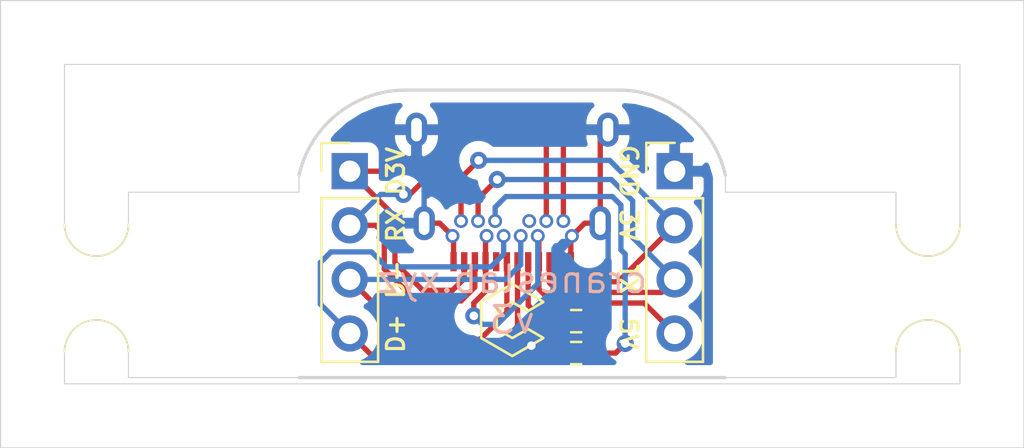
<source format=kicad_pcb>
(kicad_pcb (version 20211014) (generator pcbnew)
  (layers (0 "F.Cu" signal) (31 "B.Cu" signal) (34 "B.Paste" user) (35 "F.Paste" user) (36 "B.SilkS" user "B.Silkscreen") (37 "F.SilkS" user "F.Silkscreen") (38 "B.Mask" user) (39 "F.Mask" user) (44 "Edge.Cuts" user))
  (net 0 "")
  (net 1 "GND")
  (net 2 "3V3")
  (net 3 "TX-")
  (net 4 "VBUS")
  (net 5 "Net-(J1-PadA5)")
  (net 6 "D+")
  (net 7 "D-")
  (net 8 "Net-(J1-PadA8)")
  (net 9 "RX-")
  (net 10 "D3V")
  (net 11 "Net-(J1-PadB5)")
  (net 12 "Net-(J1-PadB8)")
  (footprint "Model_S:PinHeader_1x04_P2.54mm_Vertical" (layer "F.Cu") (at 47.62 33.015)
    (fp_text reference "J3" hide)
    (fp_text value "Conn_01x04")
    (fp_line (start -1.33 1.27) (end 1.33 1.27) (layer "F.SilkS") (width 0.12))
    (fp_line (start -1.33 0) (end -1.33 -1.33) (layer "F.SilkS") (width 0.12))
    (fp_line (start -1.33 1.27) (end -1.33 8.95) (layer "F.SilkS") (width 0.12))
    (fp_line (start -1.33 8.95) (end 1.33 8.95) (layer "F.SilkS") (width 0.12))
    (fp_line (start 1.33 1.27) (end 1.33 8.95) (layer "F.SilkS") (width 0.12))
    (fp_line (start -1.33 -1.33) (end 0 -1.33) (layer "F.SilkS") (width 0.12))
    (pad "1" thru_hole rect locked (at 0 0) (size 1.7 1.7) (drill 1) (layers *.Cu *.Mask) (net 1 "GND"))
    (pad "2" thru_hole oval locked (at 0 2.54) (size 1.7 1.7) (drill 1) (layers *.Cu *.Mask) (net 2 "3V3"))
    (pad "3" thru_hole oval locked (at 0 5.08) (size 1.7 1.7) (drill 1) (layers *.Cu *.Mask) (net 3 "TX-"))
    (pad "4" thru_hole oval locked (at 0 7.62) (size 1.7 1.7) (drill 1) (layers *.Cu *.Mask) (net 4 "VBUS"))
  )
  (footprint "Model_S:Shou Han Type-C 24P QCHT" (layer "F.Cu") (at 40 29.205 180)
    (fp_text reference "J1" hide)
    (fp_text value "USB_C_Receptacle")
    (pad "" np_thru_hole circle locked (at -3.6 -7.5 180) (size 0.7 0.7) (drill 0.7) (layers *.Cu *.Mask))
    (pad "" np_thru_hole circle locked (at 3.75 -7.5 180) (size 0.7 0.7) (drill 0.7) (layers *.Cu *.Mask))
    (pad "A1" smd rect locked (at -2.75 -8.06 180) (size 0.3 0.9) (layers "F.Cu" "F.Paste" "F.Mask") (net 1 "GND"))
    (pad "A2" smd rect locked (at -2.25 -8.06 180) (size 0.3 0.9) (layers "F.Cu" "F.Paste" "F.Mask") (net 2 "3V3"))
    (pad "A3" smd rect locked (at -1.75 -8.06 180) (size 0.3 0.9) (layers "F.Cu" "F.Paste" "F.Mask") (net 3 "TX-"))
    (pad "A4" smd rect locked (at -1.25 -8.06 180) (size 0.3 0.9) (layers "F.Cu" "F.Paste" "F.Mask") (net 4 "VBUS"))
    (pad "A5" smd rect locked (at -0.75 -8.06 180) (size 0.3 0.9) (layers "F.Cu" "F.Paste" "F.Mask") (net 5 "Net-(J1-PadA5)"))
    (pad "A6" smd rect locked (at -0.25 -8.06 180) (size 0.3 0.9) (layers "F.Cu" "F.Paste" "F.Mask") (net 6 "D+"))
    (pad "A7" smd rect locked (at 0.25 -8.06 180) (size 0.3 0.9) (layers "F.Cu" "F.Paste" "F.Mask") (net 7 "D-"))
    (pad "A8" smd rect locked (at 0.75 -8.06 180) (size 0.3 0.9) (layers "F.Cu" "F.Paste" "F.Mask") (net 8 "Net-(J1-PadA8)"))
    (pad "A9" smd rect locked (at 1.25 -8.06 180) (size 0.3 0.9) (layers "F.Cu" "F.Paste" "F.Mask") (net 4 "VBUS"))
    (pad "A10" smd rect locked (at 1.75 -8.06 180) (size 0.3 0.9) (layers "F.Cu" "F.Paste" "F.Mask") (net 9 "RX-"))
    (pad "A11" smd rect locked (at 2.25 -8.06 180) (size 0.3 0.9) (layers "F.Cu" "F.Paste" "F.Mask") (net 10 "D3V"))
    (pad "A12" smd rect locked (at 2.75 -8.06 180) (size 0.3 0.9) (layers "F.Cu" "F.Paste" "F.Mask") (net 1 "GND"))
    (pad "B1" thru_hole circle locked (at 2.8 -6.85 180) (size 0.65 0.65) (drill 0.4) (layers *.Cu *.Mask) (net 1 "GND"))
    (pad "B2" thru_hole circle locked (at 2.4 -6.15 180) (size 0.65 0.65) (drill 0.4) (layers *.Cu *.Mask) (net 2 "3V3"))
    (pad "B3" thru_hole circle locked (at 1.6 -6.15 180) (size 0.65 0.65) (drill 0.4) (layers *.Cu *.Mask) (net 3 "TX-"))
    (pad "B4" thru_hole circle locked (at 1.2 -6.85 180) (size 0.65 0.65) (drill 0.4) (layers *.Cu *.Mask) (net 4 "VBUS"))
    (pad "B5" thru_hole circle locked (at 0.8 -6.15 180) (size 0.65 0.65) (drill 0.4) (layers *.Cu *.Mask) (net 11 "Net-(J1-PadB5)"))
    (pad "B6" thru_hole circle locked (at 0.4 -6.85 180) (size 0.65 0.65) (drill 0.4) (layers *.Cu *.Mask) (net 6 "D+"))
    (pad "B7" thru_hole circle locked (at -0.4 -6.85 180) (size 0.65 0.65) (drill 0.4) (layers *.Cu *.Mask) (net 7 "D-"))
    (pad "B8" thru_hole circle locked (at -0.8 -6.15 180) (size 0.65 0.65) (drill 0.4) (layers *.Cu *.Mask) (net 12 "Net-(J1-PadB8)"))
    (pad "B9" thru_hole circle locked (at -1.2 -6.85 180) (size 0.65 0.65) (drill 0.4) (layers *.Cu *.Mask) (net 4 "VBUS"))
    (pad "B10" thru_hole circle locked (at -1.6 -6.15 180) (size 0.65 0.65) (drill 0.4) (layers *.Cu *.Mask) (net 9 "RX-"))
    (pad "B11" thru_hole circle locked (at -2.4 -6.15 180) (size 0.65 0.65) (drill 0.4) (layers *.Cu *.Mask) (net 10 "D3V"))
    (pad "B12" thru_hole circle locked (at -2.8 -6.85 180) (size 0.65 0.65) (drill 0.4) (layers *.Cu *.Mask) (net 1 "GND"))
    (pad "S1" thru_hole oval locked (at -4.13 -6.25 180) (size 1 1.6) (drill oval 0.5 1.1) (layers *.Cu *.Mask) (net 1 "GND"))
    (pad "S1" thru_hole oval locked (at 4.49 -1.86 180) (size 1 1.6) (drill oval 0.5 1.1) (layers *.Cu *.Mask) (net 1 "GND"))
    (pad "S1" thru_hole oval locked (at 4.13 -6.25 180) (size 1 1.6) (drill oval 0.5 1.1) (layers *.Cu *.Mask) (net 1 "GND"))
    (pad "S1" thru_hole oval locked (at -4.49 -1.86 180) (size 1 1.6) (drill oval 0.5 1.1) (layers *.Cu *.Mask) (net 1 "GND"))
  )
  (footprint "Model_S:PinHeader_1x04_P2.54mm_Vertical" (layer "F.Cu") (at 32.38 33.015)
    (fp_text reference "J2" hide)
    (fp_text value "Conn_01x04")
    (fp_line (start -1.33 1.27) (end 1.33 1.27) (layer "F.SilkS") (width 0.12))
    (fp_line (start -1.33 8.95) (end 1.33 8.95) (layer "F.SilkS") (width 0.12))
    (fp_line (start -1.33 0) (end -1.33 -1.33) (layer "F.SilkS") (width 0.12))
    (fp_line (start -1.33 1.27) (end -1.33 8.95) (layer "F.SilkS") (width 0.12))
    (fp_line (start -1.33 -1.33) (end 0 -1.33) (layer "F.SilkS") (width 0.12))
    (fp_line (start 1.33 1.27) (end 1.33 8.95) (layer "F.SilkS") (width 0.12))
    (pad "1" thru_hole rect locked (at 0 0) (size 1.7 1.7) (drill 1) (layers *.Cu *.Mask) (net 10 "D3V"))
    (pad "2" thru_hole oval locked (at 0 2.54) (size 1.7 1.7) (drill 1) (layers *.Cu *.Mask) (net 9 "RX-"))
    (pad "3" thru_hole oval locked (at 0 5.08) (size 1.7 1.7) (drill 1) (layers *.Cu *.Mask) (net 7 "D-"))
    (pad "4" thru_hole oval locked (at 0 7.62) (size 1.7 1.7) (drill 1) (layers *.Cu *.Mask) (net 6 "D+"))
  )
  (footprint "Model_S:USBC_C_Logo" (layer "F.Cu") (at 40 40)
    (fp_text reference "G***" hide)
    (fp_text value "LOGO" hide)
    (fp_poly (pts (xy 0.030747 -1.73995) (xy 0.053309 -1.729991) (xy 0.082054 -1.714784) (xy 0.102524 -1.70342) (xy 0.131542 -1.687069) (xy 0.159656 -1.670965) (xy 0.184313 -1.656586) (xy 0.20296 -1.645414) (xy 0.208553 -1.641928) (xy 0.224011 -1.632273) (xy 0.235328 -1.625569) (xy 0.239713 -1.623391) (xy 0.244949 -1.620802) (xy 0.257665 -1.613821) (xy 0.275806 -1.603625) (xy 0.297317 -1.591394) (xy 0.320144 -1.578306) (xy 0.342231 -1.56554) (xy 0.361524 -1.554274) (xy 0.375967 -1.545688) (xy 0.383506 -1.540959) (xy 0.383761 -1.540774) (xy 0.391273 -1.536062) (xy 0.405228 -1.527989) (xy 0.419652 -1.519938) (xy 0.451648 -1.502298) (xy 0.476123 -1.488644) (xy 0.495268 -1.477703) (xy 0.511272 -1.468202) (xy 0.526326 -1.458867) (xy 0.542333 -1.448611) (xy 0.559961 -1.437407) (xy 0.573793 -1.428996) (xy 0.581434 -1.424822) (xy 0.582122 -1.424609) (xy 0.587921 -1.422004) (xy 0.600299 -1.415227) (xy 0.614051 -1.407234) (xy 0.636449 -1.394187) (xy 0.661235 -1.380135) (xy 0.673652 -1.373261) (xy 0.692391 -1.362735) (xy 0.709188 -1.352821) (xy 0.717826 -1.34736) (xy 0.731225 -1.339327) (xy 0.741279 -1.334577) (xy 0.750823 -1.329877) (xy 0.76606 -1.321104) (xy 0.781419 -1.311592) (xy 0.797277 -1.301645) (xy 0.809065 -1.294617) (xy 0.814091 -1.292087) (xy 0.819271 -1.289429) (xy 0.832647 -1.281966) (xy 0.85288 -1.270461) (xy 0.87863 -1.255678) (xy 0.908557 -1.238384) (xy 0.930186 -1.225826) (xy 0.962284 -1.207254) (xy 0.991236 -1.190692) (xy 1.015672 -1.176907) (xy 1.034223 -1.166667) (xy 1.045519 -1.160741) (xy 1.048334 -1.159565) (xy 1.055163 -1.156183) (xy 1.063274 -1.149647) (xy 1.073867 -1.141647) (xy 1.090234 -1.13118) (xy 1.104348 -1.123021) (xy 1.125117 -1.111487) (xy 1.145892 -1.099783) (xy 1.156804 -1.093539) (xy 1.174761 -1.083338) (xy 1.196211 -1.071405) (xy 1.207779 -1.06507) (xy 1.227757 -1.053882) (xy 1.251737 -1.039983) (xy 1.273224 -1.027166) (xy 1.290708 -1.016666) (xy 1.304115 -1.008845) (xy 1.311044 -1.005096) (xy 1.311462 -1.004957) (xy 1.318428 -1.002157) (xy 1.332872 -0.994496) (xy 1.352977 -0.983078) (xy 1.376926 -0.969008) (xy 1.402905 -0.953391) (xy 1.429096 -0.937333) (xy 1.453685 -0.921937) (xy 1.474855 -0.908309) (xy 1.490791 -0.897553) (xy 1.499675 -0.890776) (xy 1.500505 -0.889926) (xy 1.509755 -0.873656) (xy 1.512898 -0.852222) (xy 1.512929 -0.849391) (xy 1.511205 -0.831455) (xy 1.505071 -0.816108) (xy 1.493143 -0.801805) (xy 1.474039 -0.787) (xy 1.446377 -0.770149) (xy 1.437686 -0.765283) (xy 1.413768 -0.75175) (xy 1.390706 -0.738186) (xy 1.372065 -0.726705) (xy 1.365636 -0.722489) (xy 1.351851 -0.71349) (xy 1.342069 -0.707808) (xy 1.339469 -0.706783) (xy 1.334303 -0.704021) (xy 1.320512 -0.696069) (xy 1.298934 -0.683424) (xy 1.270411 -0.666585) (xy 1.23578 -0.646048) (xy 1.195883 -0.622312) (xy 1.151558 -0.595874) (xy 1.103647 -0.567234) (xy 1.058855 -0.540406) (xy 1.007939 -0.509933) (xy 0.95944 -0.481008) (xy 0.914257 -0.454159) (xy 0.873289 -0.429915) (xy 0.837435 -0.408807) (xy 0.807595 -0.391364) (xy 0.784666 -0.378114) (xy 0.769549 -0.369589) (xy 0.763558 -0.366471) (xy 0.745153 -0.360605) (xy 0.727517 -0.360115) (xy 0.707875 -0.365505) (xy 0.68345 -0.377276) (xy 0.673652 -0.38277) (xy 0.653313 -0.39444) (xy 0.635548 -0.40462) (xy 0.623381 -0.411579) (xy 0.621196 -0.412824) (xy 0.58175 -0.435278) (xy 0.550543 -0.453122) (xy 0.526189 -0.467165) (xy 0.507304 -0.478215) (xy 0.492505 -0.487081) (xy 0.480406 -0.494572) (xy 0.471173 -0.500487) (xy 0.455674 -0.510238) (xy 0.444038 -0.516959) (xy 0.439305 -0.519044) (xy 0.433049 -0.521798) (xy 0.421182 -0.528738) (xy 0.415393 -0.532414) (xy 0.403656 -0.539606) (xy 0.384386 -0.550931) (xy 0.359704 -0.565163) (xy 0.331731 -0.581076) (xy 0.311978 -0.592193) (xy 0.283129 -0.608386) (xy 0.256246 -0.623528) (xy 0.233409 -0.636442) (xy 0.216698 -0.645955) (xy 0.209826 -0.64992) (xy 0.178993 -0.6679) (xy 0.148398 -0.685603) (xy 0.119553 -0.702167) (xy 0.093969 -0.716734) (xy 0.073158 -0.728443) (xy 0.05863 -0.736435) (xy 0.051897 -0.739849) (xy 0.051651 -0.739913) (xy 0.045957 -0.742739) (xy 0.034568 -0.749863) (xy 0.028795 -0.753718) (xy 0.015086 -0.762157) (xy 0.004661 -0.767038) (xy 0.002341 -0.767522) (xy -0.004249 -0.76487) (xy -0.018665 -0.757522) (xy -0.039222 -0.746387) (xy -0.064232 -0.732374) (xy -0.086106 -0.719824) (xy -0.115842 -0.702648) (xy -0.144711 -0.686076) (xy -0.170317 -0.671474) (xy -0.190266 -0.66021) (xy -0.198783 -0.655482) (xy -0.217732 -0.644742) (xy -0.234927 -0.634407) (xy -0.243809 -0.628636) (xy -0.254903 -0.621577) (xy -0.261706 -0.618444) (xy -0.261864 -0.618435) (xy -0.268123 -0.615723) (xy -0.280305 -0.608808) (xy -0.288511 -0.603759) (xy -0.30633 -0.593057) (xy -0.328441 -0.580512) (xy -0.344999 -0.571537) (xy -0.371784 -0.557207) (xy -0.395759 -0.543866) (xy -0.420791 -0.529304) (xy -0.450749 -0.511314) (xy -0.455373 -0.508507) (xy -0.473076 -0.4979) (xy -0.486784 -0.489964) (xy -0.494089 -0.486086) (xy -0.49463 -0.485913) (xy -0.500286 -0.483078) (xy -0.515113 -0.474678) (xy -0.538838 -0.460873) (xy -0.571189 -0.441822) (xy -0.611892 -0.417685) (xy -0.639141 -0.401465) (xy -0.66813 -0.384189) (xy -0.66813 0.391099) (xy -0.644663 0.404544) (xy -0.631195 0.412297) (xy -0.610713 0.424131) (xy -0.585752 0.438582) (xy -0.558845 0.454182) (xy -0.552174 0.458054) (xy -0.523694 0.47449) (xy -0.495068 0.490844) (xy -0.469361 0.505377) (xy -0.449635 0.516348) (xy -0.447261 0.517645) (xy -0.428452 0.528197) (xy -0.412766 0.537572) (xy -0.403414 0.543845) (xy -0.403087 0.544112) (xy -0.392916 0.551333) (xy -0.378439 0.560254) (xy -0.375478 0.561949) (xy -0.362554 0.569301) (xy -0.343075 0.58046) (xy -0.320047 0.593703) (xy -0.303696 0.603133) (xy -0.278937 0.617376) (xy -0.254646 0.631261) (xy -0.234278 0.642816) (xy -0.225011 0.648015) (xy -0.209196 0.656845) (xy -0.193243 0.66583) (xy -0.175432 0.675954) (xy -0.154045 0.688198) (xy -0.127362 0.703545) (xy -0.093664 0.722979) (xy -0.074621 0.733972) (xy -0.048181 0.749048) (xy -0.024929 0.761943) (xy -0.006606 0.771721) (xy 0.005047 0.777446) (xy 0.008205 0.778551) (xy 0.015437 0.775853) (xy 0.029105 0.768779) (xy 0.046302 0.75884) (xy 0.046935 0.758457) (xy 0.061993 0.749488) (xy 0.084039 0.736568) (xy 0.111635 0.720522) (xy 0.14334 0.702176) (xy 0.177718 0.682354) (xy 0.213328 0.661883) (xy 0.248733 0.641587) (xy 0.282493 0.622292) (xy 0.31317 0.604823) (xy 0.339325 0.590006) (xy 0.35952 0.578666) (xy 0.372315 0.571628) (xy 0.375478 0.569984) (xy 0.386982 0.563728) (xy 0.404152 0.553617) (xy 0.423377 0.54178) (xy 0.424348 0.541168) (xy 0.441383 0.530559) (xy 0.454377 0.522727) (xy 0.460904 0.519129) (xy 0.461196 0.519043) (xy 0.466253 0.516374) (xy 0.479509 0.508875) (xy 0.499639 0.49731) (xy 0.525319 0.482441) (xy 0.555226 0.465032) (xy 0.577979 0.451736) (xy 0.611394 0.432385) (xy 0.64281 0.414577) (xy 0.670598 0.399206) (xy 0.693132 0.387163) (xy 0.708784 0.37934) (xy 0.714206 0.37704) (xy 0.743741 0.372363) (xy 0.77365 0.378657) (xy 0.797891 0.391722) (xy 0.81558 0.403108) (xy 0.83714 0.415966) (xy 0.850348 0.423378) (xy 0.865167 0.431612) (xy 0.887277 0.444132) (xy 0.914434 0.459657) (xy 0.944391 0.476903) (xy 0.969065 0.491195) (xy 1.001925 0.510282) (xy 1.035943 0.530038) (xy 1.068192 0.548764) (xy 1.095743 0.564759) (xy 1.10987 0.572959) (xy 1.138714 0.589854) (xy 1.170978 0.608995) (xy 1.201279 0.62718) (xy 1.212022 0.6337) (xy 1.235935 0.648151) (xy 1.259322 0.662065) (xy 1.278718 0.67339) (xy 1.286565 0.677847) (xy 1.301912 0.686578) (xy 1.313486 0.693483) (xy 1.316935 0.695739) (xy 1.324718 0.700599) (xy 1.338425 0.708495) (xy 1.347304 0.713436) (xy 1.383742 0.733525) (xy 1.412017 0.749312) (xy 1.433691 0.761725) (xy 1.450327 0.771693) (xy 1.463488 0.780145) (xy 1.474737 0.78801) (xy 1.482375 0.793712) (xy 1.503391 0.813734) (xy 1.51396 0.834531) (xy 1.51465 0.85765) (xy 1.511092 0.871717) (xy 1.506831 0.881134) (xy 1.499654 0.889915) (xy 1.487742 0.899595) (xy 1.469276 0.911706) (xy 1.449457 0.923646) (xy 1.422146 0.939847) (xy 1.393306 0.957046) (xy 1.367149 0.972726) (xy 1.354058 0.980623) (xy 1.335546 0.991667) (xy 1.320896 1.000093) (xy 1.312449 1.004569) (xy 1.311362 1.004956) (xy 1.305788 1.007635) (xy 1.293313 1.014727) (xy 1.276417 1.024813) (xy 1.272761 1.027043) (xy 1.255176 1.037569) (xy 1.241402 1.04537) (xy 1.233974 1.049023) (xy 1.233483 1.04913) (xy 1.227183 1.051977) (xy 1.216284 1.058875) (xy 1.215635 1.059324) (xy 1.20344 1.067063) (xy 1.185318 1.077714) (xy 1.165105 1.089026) (xy 1.164297 1.089466) (xy 1.143478 1.100964) (xy 1.117157 1.115753) (xy 1.089369 1.131557) (xy 1.073188 1.140858) (xy 1.049504 1.154526) (xy 1.027726 1.167067) (xy 1.0106 1.1769) (xy 1.002196 1.181698) (xy 0.991774 1.187698) (xy 0.973908 1.198078) (xy 0.950676 1.211625) (xy 0.924156 1.22713) (xy 0.908895 1.236068) (xy 0.882939 1.251229) (xy 0.860547 1.26421) (xy 0.843347 1.274073) (xy 0.832968 1.279883) (xy 0.830648 1.281043) (xy 0.825621 1.283757) (xy 0.813354 1.291048) (xy 0.795976 1.30164) (xy 0.784621 1.308652) (xy 0.76512 1.320578) (xy 0.749336 1.329913) (xy 0.739469 1.335374) (xy 0.737346 1.336261) (xy 0.73165 1.338943) (xy 0.719078 1.346041) (xy 0.702127 1.356136) (xy 0.6985 1.358348) (xy 0.681087 1.36885) (xy 0.667678 1.376645) (xy 0.660719 1.380319) (xy 0.660315 1.380435) (xy 0.65494 1.383095) (xy 0.642602 1.390141) (xy 0.625743 1.40017) (xy 0.62186 1.402522) (xy 0.604186 1.413022) (xy 0.590323 1.420817) (xy 0.582804 1.424492) (xy 0.582282 1.424609) (xy 0.576464 1.427254) (xy 0.563355 1.434386) (xy 0.545127 1.4448) (xy 0.531106 1.453027) (xy 0.507834 1.466729) (xy 0.478497 1.483869) (xy 0.446613 1.502398) (xy 0.415701 1.520267) (xy 0.41137 1.522762) (xy 0.380781 1.540485) (xy 0.348591 1.559334) (xy 0.318364 1.577209) (xy 0.293666 1.592012) (xy 0.290828 1.593734) (xy 0.270396 1.606039) (xy 0.25372 1.615851) (xy 0.242878 1.621962) (xy 0.239849 1.623391) (xy 0.234422 1.626067) (xy 0.222066 1.63315) (xy 0.205234 1.643226) (xy 0.201544 1.645478) (xy 0.184057 1.65599) (xy 0.170493 1.663788) (xy 0.163333 1.667453) (xy 0.162891 1.667565) (xy 0.157292 1.670245) (xy 0.144797 1.677338) (xy 0.127889 1.687426) (xy 0.124239 1.689652) (xy 0.106795 1.700159) (xy 0.093321 1.707955) (xy 0.086277 1.711625) (xy 0.085857 1.711739) (xy 0.08026 1.714354) (xy 0.068215 1.721105) (xy 0.056965 1.727755) (xy 0.033012 1.740615) (xy 0.013862 1.74658) (xy -0.003743 1.746305) (xy -0.0172 1.742642) (xy -0.035962 1.734323) (xy -0.053573 1.723952) (xy -0.053944 1.723689) (xy -0.065568 1.715906) (xy -0.072925 1.711889) (xy -0.073587 1.711739) (xy -0.078939 1.709068) (xy -0.092818 1.701444) (xy -0.114195 1.689455) (xy -0.142041 1.673686) (xy -0.175329 1.654723) (xy -0.21303 1.633152) (xy -0.254116 1.609558) (xy -0.297558 1.584529) (xy -0.342328 1.558649) (xy -0.34787 1.55544) (xy -0.36491 1.545708) (xy -0.384873 1.534496) (xy -0.392043 1.530516) (xy -0.409346 1.520489) (xy -0.431236 1.507165) (xy -0.453102 1.493355) (xy -0.453985 1.492785) (xy -0.471614 1.481581) (xy -0.485445 1.47317) (xy -0.493086 1.468996) (xy -0.493775 1.468782) (xy -0.499573 1.466177) (xy -0.511951 1.4594) (xy -0.525703 1.451407) (xy -0.548101 1.438361) (xy -0.572887 1.424309) (xy -0.585304 1.417434) (xy -0.604261 1.406717) (xy -0.621459 1.396395) (xy -0.630331 1.390635) (xy -0.641195 1.383596) (xy -0.647539 1.380446) (xy -0.647687 1.380435) (xy -0.653346 1.377732) (xy -0.667335 1.370073) (xy -0.688481 1.358132) (xy -0.715613 1.342581) (xy -0.74756 1.324095) (xy -0.78315 1.303346) (xy -0.821211 1.28101) (xy -0.84373 1.267726) (xy -0.891689 1.239521) (xy -0.934547 1.214599) (xy -0.970817 1.193818) (xy -0.996674 1.179323) (xy -1.006609 1.173724) (xy -1.024526 1.163505) (xy -1.048849 1.149577) (xy -1.077997 1.132845) (xy -1.110394 1.11422) (xy -1.14446 1.094607) (xy -1.178617 1.074916) (xy -1.211288 1.056054) (xy -1.240893 1.038929) (xy -1.261717 1.026854) (xy -1.312949 0.997075) (xy -1.355496 0.972273) (xy -1.390242 0.951906) (xy -1.418069 0.935432) (xy -1.43986 0.922311) (xy -1.456496 0.912) (xy -1.468861 0.903957) (xy -1.477836 0.897642) (xy -1.484304 0.892513) (xy -1.489147 0.888028) (xy -1.49094 0.886173) (xy -1.495604 0.880849) (xy -1.499133 0.875089) (xy -1.501749 0.867282) (xy -1.503672 0.855818) (xy -1.505125 0.839085) (xy -1.506329 0.815472) (xy -1.507506 0.783367) (xy -1.508264 0.760184) (xy -1.508705 0.741051) (xy -1.509138 0.711636) (xy -1.50956 0.672701) (xy -1.509967 0.625007) (xy -1.510356 0.569315) (xy -1.510723 0.506387) (xy -1.511065 0.436985) (xy -1.511378 0.361871) (xy -1.511658 0.281804) (xy -1.511901 0.197548) (xy -1.512104 0.109864) (xy -1.512264 0.019512) (xy -1.512376 -0.072745) (xy -1.512406 -0.107883) (xy -1.512919 -0.813767) (xy -1.399761 -0.813767) (xy -1.399659 -0.746471) (xy -1.399637 -0.732772) (xy -1.399597 -0.708743) (xy -1.399541 -0.675098) (xy -1.39947 -0.632552) (xy -1.399384 -0.581817) (xy -1.399286 -0.523607) (xy -1.399176 -0.458637) (xy -1.399055 -0.38762) (xy -1.398926 -0.31127) (xy -1.398788 -0.2303) (xy -1.398643 -0.145425) (xy -1.398493 -0.057358) (xy -1.398339 0.033188) (xy -1.398278 0.068494) (xy -1.397 0.816163) (xy -1.36525 0.83443) (xy -1.350784 0.842744) (xy -1.339316 0.849283) (xy -1.328317 0.855455) (xy -1.315257 0.862665) (xy -1.297608 0.87232) (xy -1.27284 0.885827) (xy -1.272271 0.886136) (xy -1.253241 0.896717) (xy -1.237584 0.9058) (xy -1.22821 0.911689) (xy -1.227384 0.912303) (xy -1.219332 0.917861) (xy -1.205846 0.926409) (xy -1.189853 0.936185) (xy -1.17428 0.945425) (xy -1.162054 0.952369) (xy -1.1561 0.955255) (xy -1.156026 0.955261) (xy -1.150504 0.957962) (xy -1.138836 0.964858) (xy -1.130466 0.970077) (xy -1.109158 0.983179) (xy -1.08064 0.999991) (xy -1.043901 1.021103) (xy -1.021522 1.033803) (xy -1.005937 1.042752) (xy -0.986029 1.054359) (xy -0.971826 1.062728) (xy -0.954288 1.07291) (xy -0.930499 1.086437) (xy -0.903901 1.101364) (xy -0.883478 1.112693) (xy -0.855037 1.128642) (xy -0.821537 1.147837) (xy -0.787336 1.167762) (xy -0.759239 1.18443) (xy -0.732642 1.200321) (xy -0.707118 1.215444) (xy -0.685315 1.228239) (xy -0.66988 1.237144) (xy -0.66813 1.238131) (xy -0.657078 1.244395) (xy -0.637889 1.255345) (xy -0.612001 1.270156) (xy -0.580848 1.288007) (xy -0.545868 1.308074) (xy -0.508497 1.329536) (xy -0.496956 1.336168) (xy -0.459487 1.357684) (xy -0.424279 1.377866) (xy -0.392702 1.39593) (xy -0.366129 1.411093) (xy -0.345931 1.422571) (xy -0.333479 1.429582) (xy -0.331304 1.430781) (xy -0.316697 1.439133) (xy -0.297067 1.450879) (xy -0.276913 1.46332) (xy -0.259814 1.473896) (xy -0.246702 1.481697) (xy -0.240036 1.485267) (xy -0.239724 1.485348) (xy -0.234287 1.488016) (xy -0.222256 1.494964) (xy -0.208529 1.503281) (xy -0.184991 1.517545) (xy -0.157661 1.533693) (xy -0.128159 1.550816) (xy -0.098105 1.568001) (xy -0.069119 1.584336) (xy -0.042821 1.598911) (xy -0.02083 1.610813) (xy -0.004768 1.619132) (xy 0.003746 1.622955) (xy 0.004434 1.623102) (xy 0.011873 1.620564) (xy 0.026535 1.613461) (xy 0.046187 1.602932) (xy 0.065173 1.592124) (xy 0.093513 1.575568) (xy 0.124654 1.557366) (xy 0.153649 1.540409) (xy 0.165652 1.533386) (xy 0.187928 1.520371) (xy 0.208448 1.508424) (xy 0.224106 1.49935) (xy 0.229152 1.49645) (xy 0.238319 1.49118) (xy 0.255579 1.481229) (xy 0.279465 1.467442) (xy 0.308511 1.450667) (xy 0.341249 1.43175) (xy 0.372717 1.41356) (xy 0.408088 1.393134) (xy 0.441608 1.373821) (xy 0.47169 1.356531) (xy 0.49675 1.342175) (xy 0.515201 1.331663) (xy 0.524565 1.326396) (xy 0.568547 1.301766) (xy 0.609862 1.27803) (xy 0.645618 1.256861) (xy 0.659848 1.24817) (xy 0.680393 1.235725) (xy 0.705986 1.220606) (xy 0.73203 1.205521) (xy 0.739597 1.201205) (xy 0.760122 1.189552) (xy 0.777146 1.179871) (xy 0.792556 1.171079) (xy 0.808238 1.162091) (xy 0.826079 1.151824) (xy 0.847967 1.139195) (xy 0.875787 1.12312) (xy 0.908326 1.104309) (xy 0.938934 1.08665) (xy 0.968548 1.069631) (xy 0.994917 1.054542) (xy 1.01579 1.042671) (xy 1.027044 1.036344) (xy 1.042398 1.027678) (xy 1.064836 1.014847) (xy 1.091904 0.99926) (xy 1.121153 0.982328) (xy 1.137478 0.972838) (xy 1.171098 0.953265) (xy 1.207931 0.931829) (xy 1.244111 0.910777) (xy 1.275772 0.892361) (xy 1.283804 0.887691) (xy 1.307854 0.87368) (xy 1.328196 0.861778) (xy 1.343067 0.853019) (xy 1.350708 0.848438) (xy 1.351337 0.848024) (xy 1.347156 0.845075) (xy 1.334741 0.837461) (xy 1.315454 0.82599) (xy 1.290655 0.811466) (xy 1.261704 0.794697) (xy 1.249185 0.787494) (xy 1.216904 0.768906) (xy 1.186302 0.751187) (xy 1.159238 0.735423) (xy 1.137573 0.722698) (xy 1.123168 0.714098) (xy 1.120913 0.712715) (xy 1.101724 0.701014) (xy 1.07655 0.685923) (xy 1.047864 0.668898) (xy 1.018136 0.651391) (xy 0.989838 0.634858) (xy 0.965443 0.620752) (xy 0.947421 0.610528) (xy 0.944217 0.608757) (xy 0.924887 0.597816) (xy 0.905843 0.586496) (xy 0.900044 0.58289) (xy 0.877223 0.568673) (xy 0.854728 0.555103) (xy 0.834646 0.543391) (xy 0.819067 0.534747) (xy 0.810079 0.530382) (xy 0.808935 0.530087) (xy 0.802623 0.527384) (xy 0.789749 0.520292) (xy 0.77308 0.510336) (xy 0.772787 0.510156) (xy 0.740495 0.490224) (xy 0.661519 0.535668) (xy 0.633371 0.551859) (xy 0.60713 0.566944) (xy 0.584931 0.579697) (xy 0.568909 0.58889) (xy 0.563217 0.592147) (xy 0.550081 0.599708) (xy 0.530555 0.611018) (xy 0.507782 0.624256) (xy 0.494196 0.632173) (xy 0.470128 0.64613) (xy 0.446616 0.659622) (xy 0.427191 0.670628) (xy 0.419652 0.674823) (xy 0.398729 0.686479) (xy 0.373294 0.700884) (xy 0.345277 0.716919) (xy 0.316606 0.733466) (xy 0.289209 0.749405) (xy 0.265016 0.763618) (xy 0.245955 0.774986) (xy 0.233954 0.782389) (xy 0.231913 0.783743) (xy 0.21871 0.792242) (xy 0.201244 0.80269) (xy 0.193261 0.807248) (xy 0.174056 0.818044) (xy 0.155092 0.828748) (xy 0.149087 0.832151) (xy 0.108881 0.855086) (xy 0.076772 0.873077) (xy 0.051045 0.886255) (xy 0.02999 0.89475) (xy 0.011893 0.898693) (xy -0.004958 0.898215) (xy -0.022276 0.893447) (xy -0.041773 0.884519) (xy -0.065161 0.871562) (xy -0.094153 0.854708) (xy -0.100237 0.851191) (xy -0.130082 0.83389) (xy -0.158704 0.817124) (xy -0.183847 0.802229) (xy -0.203255 0.790537) (xy -0.212288 0.78493) (xy -0.227619 0.775561) (xy -0.239174 0.769241) (xy -0.243602 0.767522) (xy -0.249771 0.764897) (xy -0.263225 0.757815) (xy -0.281761 0.747468) (xy -0.296358 0.739047) (xy -0.328904 0.720115) (xy -0.364291 0.699662) (xy -0.399855 0.679216) (xy -0.432932 0.660306) (xy -0.460858 0.644461) (xy -0.47487 0.636594) (xy -0.489704 0.628134) (xy -0.511001 0.615749) (xy -0.535753 0.601197) (xy -0.557696 0.588178) (xy -0.584858 0.572027) (xy -0.617679 0.55257) (xy -0.652293 0.532098) (xy -0.684837 0.512896) (xy -0.689335 0.510247) (xy -0.725049 0.488413) (xy -0.750699 0.470899) (xy -0.766255 0.457726) (xy -0.77078 0.45182) (xy -0.772241 0.447519) (xy -0.773514 0.44018) (xy -0.774611 0.429109) (xy -0.775544 0.41361) (xy -0.776325 0.392989) (xy -0.776967 0.366551) (xy -0.777481 0.333599) (xy -0.777879 0.29344) (xy -0.778174 0.245379) (xy -0.778378 0.188719) (xy -0.778502 0.122767) (xy -0.778558 0.046826) (xy -0.778565 0.003295) (xy -0.778516 -0.083163) (xy -0.778364 -0.159052) (xy -0.778103 -0.224849) (xy -0.777725 -0.281029) (xy -0.777224 -0.328067) (xy -0.776593 -0.366439) (xy -0.775825 -0.396619) (xy -0.774914 -0.419084) (xy -0.773852 -0.434307) (xy -0.772633 -0.442766) (xy -0.772151 -0.444255) (xy -0.765851 -0.451533) (xy -0.752928 -0.462707) (xy -0.735888 -0.475963) (xy -0.717235 -0.489486) (xy -0.699475 -0.501463) (xy -0.685114 -0.510078) (xy -0.676656 -0.513518) (xy -0.676497 -0.513522) (xy -0.671191 -0.516169) (xy -0.658038 -0.52348) (xy -0.638703 -0.534508) (xy -0.61485 -0.548308) (xy -0.598769 -0.557696) (xy -0.572998 -0.572718) (xy -0.550752 -0.58555) (xy -0.533688 -0.595244) (xy -0.523465 -0.600855) (xy -0.521295 -0.60187) (xy -0.515939 -0.60454) (xy -0.503686 -0.611593) (xy -0.487026 -0.621589) (xy -0.48435 -0.623223) (xy -0.456934 -0.639661) (xy -0.424556 -0.658547) (xy -0.390746 -0.677866) (xy -0.359033 -0.695602) (xy -0.332945 -0.709742) (xy -0.331304 -0.710606) (xy -0.315151 -0.719256) (xy -0.302186 -0.726483) (xy -0.298174 -0.728868) (xy -0.280156 -0.739922) (xy -0.25543 -0.754703) (xy -0.225868 -0.772131) (xy -0.19334 -0.791124) (xy -0.159717 -0.8106) (xy -0.126871 -0.82948) (xy -0.096672 -0.846681) (xy -0.070992 -0.861123) (xy -0.051701 -0.871724) (xy -0.043372 -0.876095) (xy -0.013778 -0.886914) (xy 0.012995 -0.887729) (xy 0.03149 -0.882157) (xy 0.041243 -0.877222) (xy 0.058658 -0.867808) (xy 0.081835 -0.854963) (xy 0.108877 -0.839738) (xy 0.132522 -0.826261) (xy 0.162236 -0.809246) (xy 0.190484 -0.793098) (xy 0.215104 -0.779051) (xy 0.233931 -0.768339) (xy 0.242957 -0.763234) (xy 0.262214 -0.751951) (xy 0.281173 -0.740155) (xy 0.287032 -0.736303) (xy 0.299911 -0.728236) (xy 0.308904 -0.723706) (xy 0.310402 -0.723348) (xy 0.316788 -0.72065) (xy 0.329914 -0.713512) (xy 0.347169 -0.703368) (xy 0.35063 -0.701261) (xy 0.368082 -0.690753) (xy 0.381573 -0.682957) (xy 0.388637 -0.679288) (xy 0.389061 -0.679174) (xy 0.394368 -0.676537) (xy 0.407606 -0.669227) (xy 0.427176 -0.658149) (xy 0.451478 -0.644207) (xy 0.473171 -0.631646) (xy 0.503395 -0.614151) (xy 0.533322 -0.596959) (xy 0.560367 -0.581546) (xy 0.581944 -0.569388) (xy 0.590826 -0.564469) (xy 0.611146 -0.553052) (xy 0.636954 -0.538133) (xy 0.66433 -0.521993) (xy 0.680864 -0.512076) (xy 0.735011 -0.47933) (xy 0.876886 -0.564226) (xy 0.918923 -0.58936) (xy 0.967737 -0.618515) (xy 1.020612 -0.650069) (xy 1.074832 -0.682402) (xy 1.127679 -0.713893) (xy 1.176437 -0.742922) (xy 1.185568 -0.748354) (xy 1.231042 -0.775303) (xy 1.267762 -0.797087) (xy 1.296314 -0.814434) (xy 1.317283 -0.828071) (xy 1.331255 -0.838727) (xy 1.338817 -0.847129) (xy 1.340555 -0.854003) (xy 1.337054 -0.860079) (xy 1.328901 -0.866082) (xy 1.316682 -0.872741) (xy 1.300981 -0.880782) (xy 1.294849 -0.884017) (xy 1.273571 -0.895764) (xy 1.252531 -0.907948) (xy 1.23963 -0.915833) (xy 1.222076 -0.926699) (xy 1.205177 -0.936666) (xy 1.200978 -0.939023) (xy 1.186453 -0.947006) (xy 1.167627 -0.957345) (xy 1.156804 -0.963285) (xy 1.107341 -0.990793) (xy 1.052308 -1.022019) (xy 0.995482 -1.054793) (xy 0.940636 -1.086944) (xy 0.909828 -1.105286) (xy 0.883023 -1.121257) (xy 0.859583 -1.135032) (xy 0.84111 -1.145686) (xy 0.829205 -1.152294) (xy 0.825486 -1.154044) (xy 0.819639 -1.156728) (xy 0.80702 -1.163806) (xy 0.790221 -1.173818) (xy 0.788093 -1.17512) (xy 0.75283 -1.196523) (xy 0.720996 -1.215427) (xy 0.694388 -1.230781) (xy 0.674802 -1.241538) (xy 0.670891 -1.243547) (xy 0.660303 -1.249216) (xy 0.641848 -1.259461) (xy 0.617213 -1.273318) (xy 0.588084 -1.289823) (xy 0.556146 -1.308011) (xy 0.523087 -1.326917) (xy 0.490592 -1.345575) (xy 0.460347 -1.363022) (xy 0.434038 -1.378292) (xy 0.413351 -1.390421) (xy 0.399973 -1.398444) (xy 0.397565 -1.399951) (xy 0.384588 -1.407947) (xy 0.364379 -1.420027) (xy 0.339304 -1.434807) (xy 0.311724 -1.450902) (xy 0.284004 -1.466928) (xy 0.258507 -1.481501) (xy 0.254 -1.484052) (xy 0.231412 -1.496921) (xy 0.207005 -1.510996) (xy 0.182837 -1.525069) (xy 0.160968 -1.537933) (xy 0.143456 -1.548379) (xy 0.132359 -1.555199) (xy 0.129761 -1.556949) (xy 0.12259 -1.561414) (xy 0.108315 -1.569538) (xy 0.089599 -1.579817) (xy 0.082826 -1.583465) (xy 0.061215 -1.595134) (xy 0.041189 -1.60609) (xy 0.026416 -1.614324) (xy 0.02418 -1.615601) (xy 0.006947 -1.625536) (xy -0.089016 -1.571225) (xy -0.149727 -1.53668) (xy -0.202644 -1.506153) (xy -0.249733 -1.478493) (xy -0.292961 -1.452552) (xy -0.313223 -1.440184) (xy -0.330281 -1.429922) (xy -0.343398 -1.422418) (xy -0.350015 -1.419129) (xy -0.350252 -1.419087) (xy -0.35603 -1.416487) (xy -0.368395 -1.409723) (xy -0.382137 -1.401751) (xy -0.393451 -1.395045) (xy -0.40331 -1.389224) (xy -0.413348 -1.383338) (xy -0.425199 -1.376438) (xy -0.440496 -1.367575) (xy -0.460874 -1.3558) (xy -0.487964 -1.340163) (xy -0.513522 -1.325417) (xy -0.53857 -1.310894) (xy -0.560356 -1.298127) (xy -0.577007 -1.288225) (xy -0.586648 -1.282297) (xy -0.588065 -1.281331) (xy -0.595164 -1.276946) (xy -0.609474 -1.268827) (xy -0.628448 -1.258408) (xy -0.637761 -1.253387) (xy -0.659489 -1.241477) (xy -0.679117 -1.230259) (xy -0.69339 -1.221608) (xy -0.696592 -1.219483) (xy -0.707677 -1.212412) (xy -0.714471 -1.209271) (xy -0.714631 -1.209261) (xy -0.720603 -1.206601) (xy -0.733578 -1.199513) (xy -0.751138 -1.189336) (xy -0.757953 -1.185272) (xy -0.781816 -1.17107) (xy -0.813686 -1.152295) (xy -0.851987 -1.129864) (xy -0.895142 -1.10469) (xy -0.941572 -1.077688) (xy -0.989702 -1.049771) (xy -1.037953 -1.021855) (xy -1.084749 -0.994853) (xy -1.128513 -0.96968) (xy -1.167668 -0.94725) (xy -1.200636 -0.928477) (xy -1.212022 -0.922036) (xy -1.226369 -0.91387) (xy -1.247902 -0.901524) (xy -1.274253 -0.886359) (xy -1.303055 -0.869738) (xy -1.319696 -0.860113) (xy -1.399761 -0.813767) (xy -1.512919 -0.813767) (xy -1.512956 -0.86457) (xy -1.497772 -0.881902) (xy -1.488681 -0.889568) (xy -1.471511 -0.901566) (xy -1.44785 -0.916883) (xy -1.419284 -0.934507) (xy -1.387398 -0.953427) (xy -1.369391 -0.963807) (xy -1.336185 -0.982754) (xy -1.305132 -1.00048) (xy -1.277873 -1.016048) (xy -1.256047 -1.028522) (xy -1.241295 -1.036964) (xy -1.23687 -1.039504) (xy -1.220481 -1.048784) (xy -1.200352 -1.059979) (xy -1.189935 -1.0657) (xy -1.169033 -1.077379) (xy -1.145364 -1.090988) (xy -1.131956 -1.098881) (xy -1.117254 -1.107541) (xy -1.095171 -1.120413) (xy -1.067907 -1.136222) (xy -1.037665 -1.15369) (xy -1.010478 -1.169339) (xy -0.981401 -1.186151) (xy -0.955269 -1.201459) (xy -0.933739 -1.214274) (xy -0.918469 -1.22361) (xy -0.911119 -1.228479) (xy -0.911087 -1.228506) (xy -0.90196 -1.23473) (xy -0.886738 -1.24392) (xy -0.872435 -1.25202) (xy -0.81041 -1.286648) (xy -0.741477 -1.326099) (xy -0.710902 -1.34386) (xy -0.68836 -1.356849) (xy -0.668649 -1.367913) (xy -0.654125 -1.375748) (xy -0.647674 -1.378872) (xy -0.638569 -1.38339) (xy -0.623196 -1.391991) (xy -0.604667 -1.402927) (xy -0.602142 -1.404458) (xy -0.570189 -1.423651) (xy -0.533962 -1.445031) (xy -0.4971 -1.466477) (xy -0.463241 -1.485869) (xy -0.441739 -1.497936) (xy -0.419989 -1.510533) (xy -0.395486 -1.525523) (xy -0.379229 -1.535944) (xy -0.363002 -1.546455) (xy -0.35076 -1.554036) (xy -0.345034 -1.557122) (xy -0.344961 -1.557131) (xy -0.339474 -1.559724) (xy -0.327329 -1.566472) (xy -0.313602 -1.574473) (xy -0.294013 -1.585982) (xy -0.274413 -1.597218) (xy -0.252022 -1.609744) (xy -0.224061 -1.625122) (xy -0.207065 -1.634402) (xy -0.18949 -1.644128) (xy -0.175556 -1.652103) (xy -0.168413 -1.656514) (xy -0.160639 -1.66139) (xy -0.146948 -1.669324) (xy -0.138043 -1.67431) (xy -0.122272 -1.683228) (xy -0.100563 -1.695757) (xy -0.076457 -1.709845) (xy -0.063967 -1.717215) (xy -0.040327 -1.730844) (xy -0.021168 -1.740109) (xy -0.004358 -1.744832) (xy 0.012236 -1.744839) (xy 0.030747 -1.73995)) (layer "F.SilkS") (width 0.01) (fill solid))
  )
  (footprint "Resistor_SMD:R_0603_1608Metric" (layer "F.Cu") (at 43 40.055 180)
    (fp_text reference "R1" hide)
    (fp_text value "R" hide)
    (fp_line (start -0.237258 -0.5225) (end 0.237258 -0.5225) (layer "F.SilkS") (width 0.12))
    (fp_line (start -0.237258 0.5225) (end 0.237258 0.5225) (layer "F.SilkS") (width 0.12))
    (pad "1" smd roundrect locked (at -0.825 0 180) (size 0.8 0.95) (layers "F.Cu" "F.Paste" "F.Mask") (net 1 "GND"))
    (pad "2" smd roundrect locked (at 0.825 0 180) (size 0.8 0.95) (layers "F.Cu" "F.Paste" "F.Mask") (net 5 "Net-(J1-PadA5)"))
  )
  (footprint "Resistor_SMD:R_0603_1608Metric" (layer "F.Cu") (at 43 41.555 180)
    (fp_text reference "R2" hide)
    (fp_text value "R" hide)
    (fp_line (start -0.237258 -0.5225) (end 0.237258 -0.5225) (layer "F.SilkS") (width 0.12))
    (fp_line (start -0.237258 0.5225) (end 0.237258 0.5225) (layer "F.SilkS") (width 0.12))
    (pad "1" smd roundrect locked (at -0.825 0 180) (size 0.8 0.95) (layers "F.Cu" "F.Paste" "F.Mask") (net 11 "Net-(J1-PadB5)"))
    (pad "2" smd roundrect locked (at 0.825 0 180) (size 0.8 0.95) (layers "F.Cu" "F.Paste" "F.Mask") (net 1 "GND"))
  )
  (footprint "MountingHole:MountingHole_3.2mm_M3" (layer "F.Cu") (at 26.03 38.095)
    (fp_text reference "REF**" hide)
    (fp_text value "MountingHole_3.2mm_M3")
    (pad "" np_thru_hole circle (at 0 0) (size 3.2 3.2) (drill 3.2) (layers *.Cu *.Mask))
  )
  (footprint "panelization:mouse-bite-3mm-slot" (layer "F.Cu") (at 20.5 38.5 90)
    (fp_text reference "mouse-bite-3mm-slot" hide)
    (fp_text value "VAL**" hide)
    (fp_arc (start -3 -1.5) (mid -1.5 0) (end -3 1.5) (layer "F.SilkS") (width 0.1))
    (fp_arc (start 3 1.5) (mid 1.5 0) (end 3 -1.5) (layer "F.SilkS") (width 0.1))
    (pad "" np_thru_hole circle locked (at -1.512 -1.5 90) (size 0.5 0.5) (drill 0.5) (layers *.Cu *.Mask))
    (pad "" np_thru_hole circle locked (at 0 -1.5 90) (size 0.5 0.5) (drill 0.5) (layers *.Cu *.Mask))
    (pad "" np_thru_hole circle locked (at 0.75 1.5 90) (size 0.5 0.5) (drill 0.5) (layers *.Cu *.Mask))
    (pad "" np_thru_hole circle locked (at -1.512 1.5 90) (size 0.5 0.5) (drill 0.5) (layers *.Cu *.Mask))
    (pad "" np_thru_hole circle locked (at 0 1.5 90) (size 0.5 0.5) (drill 0.5) (layers *.Cu *.Mask))
    (pad "" np_thru_hole circle locked (at -0.75 -1.5 90) (size 0.5 0.5) (drill 0.5) (layers *.Cu *.Mask))
    (pad "" np_thru_hole circle locked (at -0.762 1.5 90) (size 0.5 0.5) (drill 0.5) (layers *.Cu *.Mask))
    (pad "" np_thru_hole circle locked (at 1.524 -1.5 90) (size 0.5 0.5) (drill 0.5) (layers *.Cu *.Mask))
    (pad "" np_thru_hole circle locked (at 1.524 1.5 90) (size 0.5 0.5) (drill 0.5) (layers *.Cu *.Mask))
    (pad "" np_thru_hole circle locked (at 0.75 -1.5 90) (size 0.5 0.5) (drill 0.5) (layers *.Cu *.Mask))
  )
  (footprint "panelization:mouse-bite-3mm-slot" (layer "F.Cu") (at 59.5 38.5 90)
    (fp_text reference "mouse-bite-3mm-slot" hide)
    (fp_text value "VAL**" hide)
    (fp_arc (start 3 1.5) (mid 1.5 0) (end 3 -1.5) (layer "F.SilkS") (width 0.1))
    (fp_arc (start -3 -1.5) (mid -1.5 0) (end -3 1.5) (layer "F.SilkS") (width 0.1))
    (pad "" np_thru_hole circle locked (at 0 -1.5 90) (size 0.5 0.5) (drill 0.5) (layers *.Cu *.Mask))
    (pad "" np_thru_hole circle locked (at -1.512 1.5 90) (size 0.5 0.5) (drill 0.5) (layers *.Cu *.Mask))
    (pad "" np_thru_hole circle locked (at 0.75 -1.5 90) (size 0.5 0.5) (drill 0.5) (layers *.Cu *.Mask))
    (pad "" np_thru_hole circle locked (at -1.512 -1.5 90) (size 0.5 0.5) (drill 0.5) (layers *.Cu *.Mask))
    (pad "" np_thru_hole circle locked (at 0.75 1.5 90) (size 0.5 0.5) (drill 0.5) (layers *.Cu *.Mask))
    (pad "" np_thru_hole circle locked (at -0.75 -1.5 90) (size 0.5 0.5) (drill 0.5) (layers *.Cu *.Mask))
    (pad "" np_thru_hole circle locked (at 1.524 1.5 90) (size 0.5 0.5) (drill 0.5) (layers *.Cu *.Mask))
    (pad "" np_thru_hole circle locked (at 0 1.5 90) (size 0.5 0.5) (drill 0.5) (layers *.Cu *.Mask))
    (pad "" np_thru_hole circle locked (at -0.762 1.5 90) (size 0.5 0.5) (drill 0.5) (layers *.Cu *.Mask))
    (pad "" np_thru_hole circle locked (at 1.524 -1.5 90) (size 0.5 0.5) (drill 0.5) (layers *.Cu *.Mask))
  )
  (footprint "MountingHole:MountingHole_3.2mm_M3" (layer "F.Cu") (at 53.97 38.095)
    (fp_text reference "REF**" hide)
    (fp_text value "MountingHole_3.2mm_M3")
    (pad "" np_thru_hole circle (at 0 0) (size 3.2 3.2) (drill 3.2) (layers *.Cu *.Mask))
  )
  (gr_line (start 35 29.205) (end 45 29.205) (layer "Edge.Cuts") (width 0.1524))
  (gr_arc (start 45 29.205) (mid 48.201562 30.328047) (end 50 33.205) (layer "Edge.Cuts") (width 0.1524))
  (gr_arc (start 30 33.205) (mid 31.798438 30.328047) (end 35 29.205) (layer "Edge.Cuts") (width 0.1524))
  (gr_line (start 30 42.705) (end 50 42.705) (layer "Edge.Cuts") (width 0.1524))
  (gr_line (start 58 35.5) (end 58 34) (layer "Edge.Cuts") (width 0.05))
  (gr_line (start 50 33.205) (end 50 34) (layer "Edge.Cuts") (width 0.05))
  (gr_arc (start 58 41.5) (mid 59.5 40) (end 61 41.5) (layer "Edge.Cuts") (width 0.05))
  (gr_line (start 22 42.705) (end 22.38 42.705) (layer "Edge.Cuts") (width 0.05))
  (gr_line (start 19 43) (end 19 41.5) (layer "Edge.Cuts") (width 0.05))
  (gr_line (start 50 34) (end 58 34) (layer "Edge.Cuts") (width 0.05))
  (gr_arc (start 19 41.5) (mid 20.5 40) (end 22 41.5) (layer "Edge.Cuts") (width 0.05))
  (gr_line (start 58 42.705) (end 57.62 42.705) (layer "Edge.Cuts") (width 0.05))
  (gr_line (start 64 46) (end 16 46) (layer "Edge.Cuts") (width 0.05))
  (gr_line (start 16 25) (end 64 25) (layer "Edge.Cuts") (width 0.05))
  (gr_arc (start 61 35.5) (mid 59.5 37) (end 58 35.5) (layer "Edge.Cuts") (width 0.05))
  (gr_line (start 30 34) (end 22 34) (layer "Edge.Cuts") (width 0.05))
  (gr_line (start 61 43) (end 19 43) (layer "Edge.Cuts") (width 0.05))
  (gr_line (start 64 25) (end 64 46) (layer "Edge.Cuts") (width 0.05))
  (gr_line (start 16 46) (end 16 25) (layer "Edge.Cuts") (width 0.05))
  (gr_line (start 58 41.5) (end 58 42.705) (layer "Edge.Cuts") (width 0.05))
  (gr_line (start 19 28) (end 19 35.5) (layer "Edge.Cuts") (width 0.05))
  (gr_line (start 19 28) (end 61 28) (layer "Edge.Cuts") (width 0.05))
  (gr_arc (start 22 35.5) (mid 20.5 37) (end 19 35.5) (layer "Edge.Cuts") (width 0.05))
  (gr_line (start 57.62 42.705) (end 50 42.705) (layer "Edge.Cuts") (width 0.05))
  (gr_line (start 61 28) (end 61 35.5) (layer "Edge.Cuts") (width 0.05))
  (gr_line (start 61 41.5) (end 61 43) (layer "Edge.Cuts") (width 0.05))
  (gr_line (start 30 33.205) (end 30 34) (layer "Edge.Cuts") (width 0.05))
  (gr_line (start 22 35.5) (end 22 34) (layer "Edge.Cuts") (width 0.05))
  (gr_line (start 22.38 42.705) (end 30 42.705) (layer "Edge.Cuts") (width 0.05))
  (gr_line (start 22 41.5) (end 22 42.705) (layer "Edge.Cuts") (width 0.05))
  (gr_text "v3" (at 40 40) (layer "B.SilkS") (effects (font (size 1.25 1.25)) (justify mirror)))
  (gr_text "craneslab.xyz" (at 40 38.095) (layer "B.SilkS") (effects (font (size 1.25 1.25)) (justify mirror)))
  (gr_text "TX" (at 45.461 38.095 -90) (layer "F.SilkS") (effects (font (size 0.8 0.8))))
  (gr_text "D+" (at 34.539 40.635 90) (layer "F.SilkS") (effects (font (size 0.8 0.8))))
  (gr_text "GND" (at 45.461 33.015 -90) (layer "F.SilkS") (effects (font (size 0.8 0.8))))
  (gr_text "D3V" (at 34.539 33.015 90) (layer "F.SilkS") (effects (font (size 0.8 0.8))))
  (gr_text "5V\n" (at 45.461 40.635 -90) (layer "F.SilkS") (effects (font (size 0.8 0.8))))
  (gr_text "D-" (at 34.539 38.095 90) (layer "F.SilkS") (effects (font (size 0.8 0.8))))
  (gr_text "RX" (at 34.539 35.555 90) (layer "F.SilkS") (effects (font (size 0.8 0.8))))
  (gr_text "3V" (at 45.461 35.555 -90) (layer "F.SilkS") (effects (font (size 0.8 0.8))))
  (segment (start 37.25 37.265) (end 37.25 36.105) (width 0.25) (layer "F.Cu") (net 1))
  (segment (start 41.25 41.555) (end 40.9 41.205) (width 0.25) (layer "F.Cu") (net 1))
  (segment (start 42.175 41.555) (end 42.325 41.555) (width 0.25) (layer "F.Cu") (net 1))
  (segment (start 44.13 35.455) (end 43.4 35.455) (width 0.25) (layer "F.Cu") (net 1))
  (segment (start 44.13 31.425) (end 44.49 31.065) (width 0.25) (layer "F.Cu") (net 1))
  (segment (start 42.75 36.105) (end 42.8 36.055) (width 0.25) (layer "F.Cu") (net 1))
  (segment (start 37.25 36.105) (end 37.2 36.055) (width 0.25) (layer "F.Cu") (net 1))
  (segment (start 42.325 41.555) (end 43.825 40.055) (width 0.25) (layer "F.Cu") (net 1))
  (segment (start 36.6 35.455) (end 37.2 36.055) (width 0.25) (layer "F.Cu") (net 1))
  (segment (start 43.4 35.455) (end 42.8 36.055) (width 0.25) (layer "F.Cu") (net 1))
  (segment (start 42.175 41.555) (end 41.25 41.555) (width 0.25) (layer "F.Cu") (net 1))
  (segment (start 35.87 35.455) (end 36.6 35.455) (width 0.25) (layer "F.Cu") (net 1))
  (segment (start 44.13 35.455) (end 44.13 31.425) (width 0.25) (layer "F.Cu") (net 1))
  (segment (start 42.75 37.265) (end 42.75 36.105) (width 0.25) (layer "F.Cu") (net 1))
  (via (at 40.9 41.205) (size 0.8) (drill 0.4) (layers "F.Cu" "B.Cu") (net 1))
  (segment (start 41.6 38.905) (end 43.2 38.905) (width 0.25) (layer "B.Cu") (net 1))
  (segment (start 40.9 41.205) (end 40.9 39.605) (width 0.25) (layer "B.Cu") (net 1))
  (segment (start 35.51 31.065) (end 35.51 32.415) (width 0.25) (layer "B.Cu") (net 1))
  (segment (start 43.2 38.905) (end 44.5 37.605) (width 0.25) (layer "B.Cu") (net 1))
  (segment (start 44.5 37.605) (end 44.5 35.825) (width 0.25) (layer "B.Cu") (net 1))
  (segment (start 35.51 32.415) (end 35.87 32.775) (width 0.25) (layer "B.Cu") (net 1))
  (segment (start 40.9 39.605) (end 41.6 38.905) (width 0.25) (layer "B.Cu") (net 1))
  (segment (start 44.5 35.825) (end 44.13 35.455) (width 0.25) (layer "B.Cu") (net 1))
  (segment (start 35.87 32.775) (end 35.87 35.455) (width 0.25) (layer "B.Cu") (net 1))
  (segment (start 37.6 35.355) (end 37.6 33.330782) (width 0.25) (layer "F.Cu") (net 2))
  (segment (start 37.6 33.330782) (end 38.425782 32.505) (width 0.25) (layer "F.Cu") (net 2))
  (segment (start 42.5 38.205) (end 42.25 37.955) (width 0.25) (layer "F.Cu") (net 2))
  (segment (start 44.97 38.205) (end 42.5 38.205) (width 0.25) (layer "F.Cu") (net 2))
  (segment (start 42.25 37.955) (end 42.25 37.265) (width 0.25) (layer "F.Cu") (net 2))
  (segment (start 47.62 35.555) (end 44.97 38.205) (width 0.25) (layer "F.Cu") (net 2))
  (via (at 38.425782 32.505) (size 0.8) (drill 0.4) (layers "F.Cu" "B.Cu") (net 2))
  (segment (start 47.62 35.555) (end 44.57 32.505) (width 0.25) (layer "B.Cu") (net 2))
  (segment (start 44.57 32.505) (end 38.425782 32.505) (width 0.25) (layer "B.Cu") (net 2))
  (segment (start 38.4 34.305) (end 39.3 33.405) (width 0.25) (layer "F.Cu") (net 3))
  (segment (start 41.75 38.255) (end 41.75 37.265) (width 0.25) (layer "F.Cu") (net 3))
  (segment (start 42.2 38.705) (end 41.75 38.255) (width 0.25) (layer "F.Cu") (net 3))
  (segment (start 38.4 35.355) (end 38.4 34.305) (width 0.25) (layer "F.Cu") (net 3))
  (segment (start 47.01 38.705) (end 42.2 38.705) (width 0.25) (layer "F.Cu") (net 3))
  (segment (start 47.62 38.095) (end 47.01 38.705) (width 0.25) (layer "F.Cu") (net 3))
  (via (at 39.3 33.405) (size 0.8) (drill 0.4) (layers "F.Cu" "B.Cu") (net 3))
  (segment (start 47.62 38.095) (end 45.65 36.125) (width 0.25) (layer "B.Cu") (net 3))
  (segment (start 44.65 33.405) (end 39.3 33.405) (width 0.25) (layer "B.Cu") (net 3))
  (segment (start 45.65 34.405) (end 44.65 33.405) (width 0.25) (layer "B.Cu") (net 3))
  (segment (start 45.65 36.125) (end 45.65 34.405) (width 0.25) (layer "B.Cu") (net 3))
  (segment (start 41.25 37.265) (end 41.25 36.105) (width 0.25) (layer "F.Cu") (net 4))
  (segment (start 41.25 38.555) (end 41.25 37.265) (width 0.25) (layer "F.Cu") (net 4))
  (segment (start 46.19 39.205) (end 41.9 39.205) (width 0.25) (layer "F.Cu") (net 4))
  (segment (start 47.62 40.635) (end 46.19 39.205) (width 0.25) (layer "F.Cu") (net 4))
  (segment (start 38.75 38.655) (end 38.2 39.205) (width 0.25) (layer "F.Cu") (net 4))
  (segment (start 38.75 36.105) (end 38.8 36.055) (width 0.25) (layer "F.Cu") (net 4))
  (segment (start 38.75 37.265) (end 38.75 38.655) (width 0.25) (layer "F.Cu") (net 4))
  (segment (start 41.25 36.105) (end 41.2 36.055) (width 0.25) (layer "F.Cu") (net 4))
  (segment (start 38.75 37.265) (end 38.75 36.105) (width 0.25) (layer "F.Cu") (net 4))
  (segment (start 38.2 39.205) (end 38.2 39.805) (width 0.25) (layer "F.Cu") (net 4))
  (segment (start 41.9 39.205) (end 41.25 38.555) (width 0.25) (layer "F.Cu") (net 4))
  (via (at 38.2 39.805) (size 0.8) (drill 0.4) (layers "F.Cu" "B.Cu") (net 4))
  (segment (start 39.3 40.205) (end 38.6 40.205) (width 0.25) (layer "B.Cu") (net 4))
  (segment (start 38.6 40.205) (end 38.2 39.805) (width 0.25) (layer "B.Cu") (net 4))
  (segment (start 41.2 36.055) (end 41.2 38.305) (width 0.25) (layer "B.Cu") (net 4))
  (segment (start 41.2 38.305) (end 39.3 40.205) (width 0.25) (layer "B.Cu") (net 4))
  (segment (start 40.75 37.265) (end 40.75 39.305) (width 0.25) (layer "F.Cu") (net 5))
  (segment (start 42.175 40.055) (end 41.5 40.055) (width 0.25) (layer "F.Cu") (net 5))
  (segment (start 40.75 39.305) (end 41.5 40.055) (width 0.25) (layer "F.Cu") (net 5))
  (segment (start 41.5 40.055) (end 41 39.555) (width 0.25) (layer "F.Cu") (net 5))
  (segment (start 40.249999 39.555001) (end 40.25 37.265) (width 0.25) (layer "F.Cu") (net 6))
  (segment (start 33.35 41.605) (end 38.95 41.605) (width 0.25) (layer "F.Cu") (net 6))
  (segment (start 32.38 40.635) (end 33.35 41.605) (width 0.25) (layer "F.Cu") (net 6))
  (segment (start 40.249999 40.305001) (end 40.249999 39.555001) (width 0.25) (layer "F.Cu") (net 6))
  (segment (start 38.95 41.605) (end 40.249999 40.305001) (width 0.25) (layer "F.Cu") (net 6))
  (segment (start 34.1 37.505) (end 33.4 36.805) (width 0.25) (layer "B.Cu") (net 6))
  (segment (start 39.6 36.055) (end 39.6 36.905) (width 0.25) (layer "B.Cu") (net 6))
  (segment (start 39 37.505) (end 34.1 37.505) (width 0.25) (layer "B.Cu") (net 6))
  (segment (start 31.5 36.805) (end 31 37.305) (width 0.25) (layer "B.Cu") (net 6))
  (segment (start 31 37.305) (end 31 39.255) (width 0.25) (layer "B.Cu") (net 6))
  (segment (start 31 39.255) (end 32.38 40.635) (width 0.25) (layer "B.Cu") (net 6))
  (segment (start 39.6 36.905) (end 39 37.505) (width 0.25) (layer "B.Cu") (net 6))
  (segment (start 33.4 36.805) (end 31.5 36.805) (width 0.25) (layer "B.Cu") (net 6))
  (segment (start 35.19 40.905) (end 32.38 38.095) (width 0.25) (layer "F.Cu") (net 7))
  (segment (start 39.75 37.265) (end 39.75 39.655) (width 0.25) (layer "F.Cu") (net 7))
  (segment (start 38.5 40.905) (end 35.19 40.905) (width 0.25) (layer "F.Cu") (net 7))
  (segment (start 39.75 39.655) (end 38.5 40.905) (width 0.25) (layer "F.Cu") (net 7))
  (segment (start 32.38 38.095) (end 39.71 38.095) (width 0.25) (layer "B.Cu") (net 7))
  (segment (start 39.71 38.095) (end 40.4 37.405) (width 0.25) (layer "B.Cu") (net 7))
  (segment (start 40.4 37.405) (end 40.4 36.055) (width 0.25) (layer "B.Cu") (net 7))
  (segment (start 41.6 31.405) (end 41.3 31.105) (width 0.25) (layer "F.Cu") (net 9))
  (segment (start 41.3 31.105) (end 38.2 31.105) (width 0.25) (layer "F.Cu") (net 9))
  (segment (start 37.6 39.105) (end 38.25 38.455) (width 0.25) (layer "F.Cu") (net 9))
  (segment (start 34 37.605) (end 35.5 39.105) (width 0.25) (layer "F.Cu") (net 9))
  (segment (start 34 35.955) (end 34 37.605) (width 0.25) (layer "F.Cu") (net 9))
  (segment (start 32.38 35.555) (end 33.6 35.555) (width 0.25) (layer "F.Cu") (net 9))
  (segment (start 38.25 38.455) (end 38.25 37.265) (width 0.25) (layer "F.Cu") (net 9))
  (segment (start 35.5 39.105) (end 37.6 39.105) (width 0.25) (layer "F.Cu") (net 9))
  (segment (start 33.6 35.555) (end 34 35.955) (width 0.25) (layer "F.Cu") (net 9))
  (segment (start 35.2 34.105) (end 34.9 34.105) (width 0.25) (layer "F.Cu") (net 9))
  (segment (start 41.6 35.355) (end 41.6 31.405) (width 0.25) (layer "F.Cu") (net 9))
  (segment (start 38.2 31.105) (end 35.2 34.105) (width 0.25) (layer "F.Cu") (net 9))
  (via (at 34.9 34.105) (size 0.8) (drill 0.4) (layers "F.Cu" "B.Cu") (net 9))
  (segment (start 32.38 35.555) (end 33.83 34.105) (width 0.25) (layer "B.Cu") (net 9))
  (segment (start 33.83 34.105) (end 34.9 34.105) (width 0.25) (layer "B.Cu") (net 9))
  (segment (start 38 30.505) (end 41.6 30.505) (width 0.25) (layer "F.Cu") (net 10))
  (segment (start 37.75 38.055) (end 37.75 37.265) (width 0.25) (layer "F.Cu") (net 10))
  (segment (start 35.8 38.605) (end 37.2 38.605) (width 0.25) (layer "F.Cu") (net 10))
  (segment (start 37.2 38.605) (end 37.75 38.055) (width 0.25) (layer "F.Cu") (net 10))
  (segment (start 34.5 37.305) (end 35.8 38.605) (width 0.25) (layer "F.Cu") (net 10))
  (segment (start 32.38 33.015) (end 34.5 35.135) (width 0.25) (layer "F.Cu") (net 10))
  (segment (start 32.38 33.015) (end 35.49 33.015) (width 0.25) (layer "F.Cu") (net 10))
  (segment (start 34.5 35.135) (end 34.5 37.305) (width 0.25) (layer "F.Cu") (net 10))
  (segment (start 42.4 31.305) (end 42.4 35.355) (width 0.25) (layer "F.Cu") (net 10))
  (segment (start 41.6 30.505) (end 42.4 31.305) (width 0.25) (layer "F.Cu") (net 10))
  (segment (start 35.49 33.015) (end 38 30.505) (width 0.25) (layer "F.Cu") (net 10))
  (segment (start 43.825 41.555) (end 44.85 41.555) (width 0.25) (layer "F.Cu") (net 11))
  (segment (start 44.85 41.555) (end 45.3 41.105) (width 0.25) (layer "F.Cu") (net 11))
  (via (at 45.3 41.105) (size 0.8) (drill 0.4) (layers "F.Cu" "B.Cu") (net 11))
  (segment (start 39.7 34.205) (end 44.7 34.205) (width 0.25) (layer "B.Cu") (net 11))
  (segment (start 39.2 34.705) (end 39.7 34.205) (width 0.25) (layer "B.Cu") (net 11))
  (segment (start 45.3 41.105) (end 45.3 36.905) (width 0.25) (layer "B.Cu") (net 11))
  (segment (start 45.1 34.605) (end 45.1 36.705) (width 0.25) (layer "B.Cu") (net 11))
  (segment (start 45.3 36.905) (end 45.1 36.705) (width 0.25) (layer "B.Cu") (net 11))
  (segment (start 39.2 35.355) (end 39.2 34.705) (width 0.25) (layer "B.Cu") (net 11))
  (segment (start 44.7 34.205) (end 45.1 34.605) (width 0.25) (layer "B.Cu") (net 11))
  (zone (net 1) (net_name "GND") (layer "B.Cu") (connect_pads (clearance 0.508)) (min_thickness 0.254) (fill yes (thermal_gap 0.508) (thermal_bridge_width 0.508))
    (polygon (pts (xy 50 42.705) (xy 30 42.705) (xy 30 29.205) (xy 50 29.205)))
  )
)
</source>
